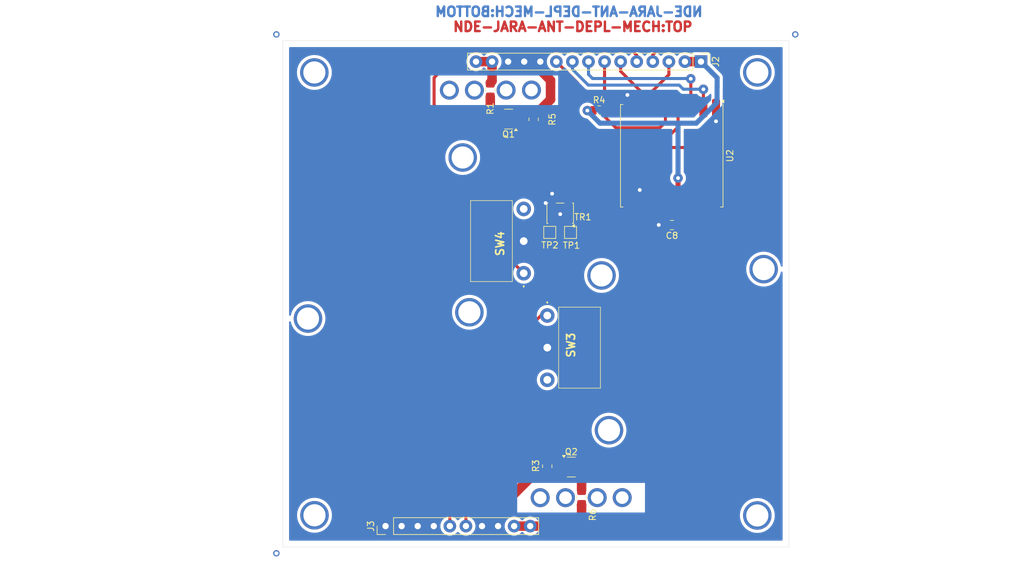
<source format=kicad_pcb>
(kicad_pcb (version 20240108) (generator "pcbnew") (generator_version "8.0")
  (layers (0 "F.Cu" signal) (31 "B.Cu" signal) (34 "B.Paste" user) (35 "F.Paste" user) (36 "B.SilkS" user "B.Silkscreen") (37 "F.SilkS" user "F.Silkscreen") (38 "B.Mask" user) (39 "F.Mask" user) (44 "Edge.Cuts" user))
  (net 0 "")
  (net 1 "GND")
  (net 2 "V_BATT")
  (net 3 "3.3V")
  (net 4 "/ANT_DEPL2")
  (net 5 "/ANT_DEPL1")
  (net 6 "Net-(Q2-D)")
  (net 7 "/DIO7")
  (net 8 "Net-(TP1-Pad1)")
  (net 9 "Net-(TP2-Pad1)")
  (net 10 "/MOSI0")
  (net 11 "/SCK0")
  (net 12 "/MISO0")
  (net 13 "/DIO0")
  (net 14 "/NSS0")
  (net 15 "/RST_RF")
  (net 16 "/DIO2")
  (net 17 "/DIO1")
  (net 18 "/DIO3")
  (net 19 "Net-(Q1-D)")
  (net 21 "Net-(U2-ANT)")
  (net 23 "/SW2")
  (net 25 "/SW1")
  (footprint "Transformer_SMD:Transformer_MiniCircuits_AT224-1A" (layer "F.Cu") (at 158.845 82.26 180)
    (property "Reference" "TR1" (at -3.585 -0.6 0) (layer "F.SilkS"))
    (property "Value" "TC1-15+")
    (fp_line (start 2.1 1.6) (end 2.1 -1.6) (stroke (width 0.12)) (layer "F.SilkS"))
    (fp_line (start 2.1 -1.6) (end 1.925 -1.6) (stroke (width 0.12)) (layer "F.SilkS"))
    (fp_line (start 1.925 1.6) (end 2.1 1.6) (stroke (width 0.12)) (layer "F.SilkS"))
    (fp_line (start -0.6 1.6) (end 0.6 1.6) (stroke (width 0.12)) (layer "F.SilkS"))
    (fp_line (start -1.925 1.6) (end -2.1 1.6) (stroke (width 0.12)) (layer "F.SilkS"))
    (fp_line (start -2.1 1.6) (end -2.1 -1.6) (stroke (width 0.12)) (layer "F.SilkS"))
    (fp_line (start -2.1 -1.6) (end -1.925 -1.6) (stroke (width 0.12)) (layer "F.SilkS"))
    (fp_poly (pts (xy -1.925 -2) (xy -2.255 -1.76) (xy -2.255 -2.24) (xy -1.925 -2)) (stroke (width 0.12)) (fill solid) (layer "F.SilkS"))
    (pad "1" smd roundrect (at -1.27 -1.59 270) (size 1.65 0.76) (layers "F.Cu" "F.Paste" "F.Mask") (net 8 "Net-(TP1-Pad1)"))
    (pad "2" smd roundrect (at 0 -1.59 270) (size 1.65 0.76) (layers "F.Cu" "F.Paste" "F.Mask") (net 1 "GND"))
    (pad "3" smd roundrect (at 1.27 -1.59 270) (size 1.65 0.76) (layers "F.Cu" "F.Paste" "F.Mask") (net 9 "Net-(TP2-Pad1)"))
    (pad "4" smd roundrect (at 1.27 1.59 270) (size 1.65 0.76) (layers "F.Cu" "F.Paste" "F.Mask") (net 1 "GND"))
    (pad "6" smd roundrect (at -1.27 1.59 270) (size 1.65 0.76) (layers "F.Cu" "F.Paste" "F.Mask") (net 21 "Net-(U2-ANT)"))
  )
  (footprint "moment_switch:ZMA00A080L04RC" (layer "F.Cu") (at 153.0825 91.74 90)
    (property "Reference" "SW4" (at 4.68 -3.742 90) (layer "F.SilkS") (effects (font (size 1.27 1.27) (thickness 0.254))))
    (property "Value" "SW_SPDT_312" (hide yes))
    (fp_line (start 11.48 -8.4) (end 11.48 -1.8) (stroke (width 0.1)) (layer "F.SilkS"))
    (fp_line (start -1.32 -8.4) (end 11.48 -8.4) (stroke (width 0.1)) (layer "F.SilkS"))
    (fp_line (start 11.48 -1.8) (end -1.32 -1.8) (stroke (width 0.1)) (layer "F.SilkS"))
    (fp_line (start -1.32 -1.8) (end -1.32 -8.4) (stroke (width 0.1)) (layer "F.SilkS"))
    (fp_line (start -2.02 0) (end -2.02 0) (stroke (width 0.2)) (layer "F.SilkS"))
    (fp_line (start -2.12 0) (end -2.12 0) (stroke (width 0.2)) (layer "F.SilkS"))
    (fp_line (start -2.12 0) (end -2.12 0) (stroke (width 0.2)) (layer "F.SilkS"))
    (fp_arc (start -2.02 0) (mid -2.07 0.05) (end -2.12 0) (stroke (width 0.2)) (layer "F.SilkS"))
    (fp_arc (start -2.02 0) (mid -2.07 0.05) (end -2.12 0) (stroke (width 0.2)) (layer "F.SilkS"))
    (fp_arc (start -2.12 0) (mid -2.07 -0.05) (end -2.02 0) (stroke (width 0.2)) (layer "F.SilkS"))
    (pad "1" thru_hole circle (at 0 0 90) (size 2.3 2.3) (drill 1.22) (layers "*.Cu" "*.Mask") (net 25 "/SW1"))
    (pad "2" thru_hole circle (at 5.08 0 90) (size 2.3 2.3) (drill 1.22) (layers "*.Cu" "*.Mask") (net 1 "GND"))
    (pad "3" thru_hole circle (at 10.16 0 90) (size 2.3 2.3) (drill 1.22) (layers "*.Cu" "*.Mask"))
  )
  (footprint "Connector_PinHeader_2.54mm:PinHeader_1x10_P2.54mm_Vertical" (layer "F.Cu") (at 131.25 131.7 90)
    (property "Reference" "J3" (at 0 -2.33 90) (layer "F.SilkS"))
    (property "Value" "Conn_01x10")
    (fp_line (start -1.33 -1.33) (end 0 -1.33) (stroke (width 0.12)) (layer "F.SilkS"))
    (fp_line (start -1.33 0) (end -1.33 -1.33) (stroke (width 0.12)) (layer "F.SilkS"))
    (fp_line (start 1.33 1.27) (end 1.33 24.19) (stroke (width 0.12)) (layer "F.SilkS"))
    (fp_line (start -1.33 1.27) (end 1.33 1.27) (stroke (width 0.12)) (layer "F.SilkS"))
    (fp_line (start -1.33 1.27) (end -1.33 24.19) (stroke (width 0.12)) (layer "F.SilkS"))
    (fp_line (start -1.33 24.19) (end 1.33 24.19) (stroke (width 0.12)) (layer "F.SilkS"))
    (pad "1" thru_hole rect (at 0 0 90) (size 2 2) (drill 1) (layers "*.Cu" "*.Mask") (net 1 "GND"))
    (pad "2" thru_hole oval (at 0 2.54 90) (size 2 2) (drill 1) (layers "*.Cu" "*.Mask") (net 1 "GND"))
    (pad "3" thru_hole circle (at 0 5.08 90) (size 2 2) (drill 1) (layers "*.Cu" "*.Mask") (net 1 "GND"))
    (pad "4" thru_hole circle (at 0 7.62 90) (size 2 2) (drill 1) (layers "*.Cu" "*.Mask") (net 1 "GND"))
    (pad "5" thru_hole circle (at 0 10.16 90) (size 2 2) (drill 1) (layers "*.Cu" "*.Mask") (net 23 "/SW2"))
    (pad "6" thru_hole circle (at 0 12.7 90) (size 2 2) (drill 1) (layers "*.Cu" "*.Mask") (net 5 "/ANT_DEPL1"))
    (pad "7" thru_hole circle (at 0 15.24 90) (size 2 2) (drill 1) (layers "*.Cu" "*.Mask") (net 1 "GND"))
    (pad "8" thru_hole circle (at 0 17.78 90) (size 2 2) (drill 1) (layers "*.Cu" "*.Mask") (net 1 "GND"))
    (pad "9" thru_hole circle (at 0 20.32 90) (size 2 2) (drill 1) (layers "*.Cu" "*.Mask") (net 2 "V_BATT"))
    (pad "10" thru_hole circle (at 0 22.86 90) (size 2 2) (drill 1) (layers "*.Cu" "*.Mask") (net 2 "V_BATT"))
  )
  (footprint "Capacitor_SMD:C_0805_2012Metric" (layer "F.Cu") (at 176.51 84.12 180)
    (property "Reference" "C8" (at 0 -1.68 0) (layer "F.SilkS"))
    (property "Value" "100nF")
    (fp_line (start -0.261252 0.735) (end 0.261252 0.735) (stroke (width 0.12)) (layer "F.SilkS"))
    (fp_line (start -0.261252 -0.735) (end 0.261252 -0.735) (stroke (width 0.12)) (layer "F.SilkS"))
    (pad "1" smd roundrect (at -0.95 0 180) (size 1 1.45) (layers "F.Cu" "F.Paste" "F.Mask") (net 3 "3.3V"))
    (pad "2" smd roundrect (at 0.95 0 180) (size 1 1.45) (layers "F.Cu" "F.Paste" "F.Mask") (net 1 "GND"))
  )
  (footprint "Resistor_SMD:R_0805_2012Metric" (layer "F.Cu") (at 154.65 67.4125 90)
    (property "Reference" "R5" (at -0.0175 2.94 90) (layer "F.SilkS"))
    (property "Value" "10k")
    (fp_line (start -0.227064 -0.735) (end 0.227064 -0.735) (stroke (width 0.12)) (layer "F.SilkS"))
    (fp_line (start -0.227064 0.735) (end 0.227064 0.735) (stroke (width 0.12)) (layer "F.SilkS"))
    (pad "1" smd roundrect (at -0.9125 0 90) (size 1.025 1.4) (layers "F.Cu" "F.Paste" "F.Mask") (roundrect_rratio 0.243902) (net 4 "/ANT_DEPL2"))
    (pad "2" smd roundrect (at 0.9125 0 90) (size 1.025 1.4) (layers "F.Cu" "F.Paste" "F.Mask") (roundrect_rratio 0.243902) (net 1 "GND"))
  )
  (footprint "TestPoint:TestPoint_Pad_1.5x1.5mm" (layer "F.Cu") (at 157.2 85.28 -90)
    (property "Reference" "TP2" (at 2.03 -0.02 0) (layer "F.SilkS"))
    (property "Value" "TestPoint")
    (fp_line (start -0.95 0.95) (end -0.95 -0.95) (stroke (width 0.12)) (layer "F.SilkS"))
    (fp_line (start 0.95 0.95) (end -0.95 0.95) (stroke (width 0.12)) (layer "F.SilkS"))
    (fp_line (start -0.95 -0.95) (end 0.95 -0.95) (stroke (width 0.12)) (layer "F.SilkS"))
    (fp_line (start 0.95 -0.95) (end 0.95 0.95) (stroke (width 0.12)) (layer "F.SilkS"))
    (pad "1" smd rect (at 0 0 270) (size 1.5 1.5) (layers "F.Cu" "F.Mask") (net 9 "Net-(TP2-Pad1)"))
  )
  (footprint "Resistor_SMD:R_0805_2012Metric" (layer "F.Cu") (at 165 66.02)
    (property "Reference" "R4" (at 0 -1.65 0) (layer "F.SilkS"))
    (property "Value" "10k")
    (fp_line (start -0.227064 -0.735) (end 0.227064 -0.735) (stroke (width 0.12)) (layer "F.SilkS"))
    (fp_line (start -0.227064 0.735) (end 0.227064 0.735) (stroke (width 0.12)) (layer "F.SilkS"))
    (pad "1" smd roundrect (at -0.9125 0) (size 1.025 1.4) (layers "F.Cu" "F.Paste" "F.Mask") (roundrect_rratio 0.243902) (net 3 "3.3V"))
    (pad "2" smd roundrect (at 0.9125 0) (size 1.025 1.4) (layers "F.Cu" "F.Paste" "F.Mask") (roundrect_rratio 0.243902) (net 14 "/NSS0"))
  )
  (footprint "Connector_PinHeader_2.54mm:PinHeader_1x15_P2.54mm_Vertical" (layer "F.Cu") (at 181.1 58.3 -90)
    (property "Reference" "J2" (at 0 -2.33 90) (layer "F.SilkS"))
    (property "Value" "Conn_01x15")
    (fp_line (start -1.33 36.89) (end 1.33 36.89) (stroke (width 0.12)) (layer "F.SilkS"))
    (fp_line (start -1.33 1.27) (end -1.33 36.89) (stroke (width 0.12)) (layer "F.SilkS"))
    (fp_line (start -1.33 1.27) (end 1.33 1.27) (stroke (width 0.12)) (layer "F.SilkS"))
    (fp_line (start 1.33 1.27) (end 1.33 36.89) (stroke (width 0.12)) (layer "F.SilkS"))
    (fp_line (start -1.33 0) (end -1.33 -1.33) (stroke (width 0.12)) (layer "F.SilkS"))
    (fp_line (start -1.33 -1.33) (end 0 -1.33) (stroke (width 0.12)) (layer "F.SilkS"))
    (pad "1" thru_hole rect (at 0 0 270) (size 2 2) (drill 1) (layers "*.Cu" "*.Mask") (net 3 "3.3V"))
    (pad "2" thru_hole circle (at 0 2.54 270) (size 2 2) (drill 1) (layers "*.Cu" "*.Mask") (net 3 "3.3V"))
    (pad "3" thru_hole circle (at 0 5.08 270) (size 2 2) (drill 1) (layers "*.Cu" "*.Mask") (net 15 "/RST_RF"))
    (pad "4" thru_hole circle (at 0 7.62 270) (size 2 2) (drill 1) (layers "*.Cu" "*.Mask") (net 25 "/SW1"))
    (pad "5" thru_hole circle (at 0 10.16 270) (size 2 2) (drill 1) (layers "*.Cu" "*.Mask") (net 4 "/ANT_DEPL2"))
    (pad "6" thru_hole circle (at 0 12.7 270) (size 2 2) (drill 1) (layers "*.Cu" "*.Mask") (net 7 "/DIO7"))
    (pad "7" thru_hole circle (at 0 15.24 270) (size 2 2) (drill 1) (layers "*.Cu" "*.Mask") (net 14 "/NSS0"))
    (pad "8" thru_hole circle (at 0 17.78 270) (size 2 2) (drill 1) (layers "*.Cu" "*.Mask") (net 10 "/MOSI0"))
    (pad "9" thru_hole circle (at 0 20.32 270) (size 2 2) (drill 1) (layers "*.Cu" "*.Mask") (net 12 "/MISO0"))
    (pad "10" thru_hole circle (at 0 22.86 270) (size 2 2) (drill 1) (layers "*.Cu" "*.Mask") (net 11 "/SCK0"))
    (pad "11" thru_hole circle (at 0 25.4 270) (size 2 2) (drill 1) (layers "*.Cu" "*.Mask") (net 1 "GND"))
    (pad "12" thru_hole circle (at 0 27.94 270) (size 2 2) (drill 1) (layers "*.Cu" "*.Mask") (net 1 "GND"))
    (pad "13" thru_hole circle (at 0 30.48 270) (size 2 2) (drill 1) (layers "*.Cu" "*.Mask") (net 1 "GND"))
    (pad "14" thru_hole circle (at 0 33.02 270) (size 2 2) (drill 1) (layers "*.Cu" "*.Mask") (net 2 "V_BATT"))
    (pad "15" thru_hole circle (at 0 35.56 270) (size 2 2) (drill 1) (layers "*.Cu" "*.Mask") (net 2 "V_BATT"))
  )
  (footprint "moment_switch:ZMA00A080L04RC" (layer "F.Cu") (at 156.8075 98.42 -90)
    (property "Reference" "SW3" (at 4.68 -3.742 90) (layer "F.SilkS") (effects (font (size 1.27 1.27) (thickness 0.254))))
    (property "Value" "SW_SPDT_312" (hide yes))
    (fp_line (start -2.12 0) (end -2.12 0) (stroke (width 0.2)) (layer "F.SilkS"))
    (fp_line (start -2.12 0) (end -2.12 0) (stroke (width 0.2)) (layer "F.SilkS"))
    (fp_line (start -2.02 0) (end -2.02 0) (stroke (width 0.2)) (layer "F.SilkS"))
    (fp_line (start -1.32 -1.8) (end -1.32 -8.4) (stroke (width 0.1)) (layer "F.SilkS"))
    (fp_line (start 11.48 -1.8) (end -1.32 -1.8) (stroke (width 0.1)) (layer "F.SilkS"))
    (fp_line (start -1.32 -8.4) (end 11.48 -8.4) (stroke (width 0.1)) (layer "F.SilkS"))
    (fp_line (start 11.48 -8.4) (end 11.48 -1.8) (stroke (width 0.1)) (layer "F.SilkS"))
    (fp_arc (start -2.12 0) (mid -2.07 -0.05) (end -2.02 0) (stroke (width 0.2)) (layer "F.SilkS"))
    (fp_arc (start -2.02 0) (mid -2.07 0.05) (end -2.12 0) (stroke (width 0.2)) (layer "F.SilkS"))
    (fp_arc (start -2.02 0) (mid -2.07 0.05) (end -2.12 0) (stroke (width 0.2)) (layer "F.SilkS"))
    (pad "1" thru_hole circle (at 0 0 270) (size 2.3 2.3) (drill 1.22) (layers "*.Cu" "*.Mask") (net 23 "/SW2"))
    (pad "2" thru_hole circle (at 5.08 0 270) (size 2.3 2.3) (drill 1.22) (layers "*.Cu" "*.Mask") (net 1 "GND"))
    (pad "3" thru_hole circle (at 10.16 0 270) (size 2.3 2.3) (drill 1.22) (layers "*.Cu" "*.Mask"))
  )
  (footprint "Package_TO_SOT_SMD:SOT-23" (layer "F.Cu") (at 160.6 122.3675)
    (property "Reference" "Q2" (at 0 -2.4 0) (layer "F.SilkS"))
    (property "Value" "Q_NMOS_GSD")
    (fp_line (start 0 -1.56) (end -0.65 -1.56) (stroke (width 0.12)) (layer "F.SilkS"))
    (fp_line (start 0 -1.56) (end 0.65 -1.56) (stroke (width 0.12)) (layer "F.SilkS"))
    (fp_line (start 0 1.56) (end -0.65 1.56) (stroke (width 0.12)) (layer "F.SilkS"))
    (fp_line (start 0 1.56) (end 0.65 1.56) (stroke (width 0.12)) (layer "F.SilkS"))
    (fp_poly (pts (xy -1.1625 -1.51) (xy -1.4025 -1.84) (xy -0.9225 -1.84) (xy -1.1625 -1.51)) (stroke (width 0.12)) (fill solid) (layer "F.SilkS"))
    (pad "1" smd roundrect (at -0.9375 -0.95) (size 1.475 0.6) (layers "F.Cu" "F.Paste" "F.Mask") (net 5 "/ANT_DEPL1"))
    (pad "2" smd roundrect (at -0.9375 0.95) (size 1.475 0.6) (layers "F.Cu" "F.Paste" "F.Mask") (net 1 "GND"))
    (pad "3" smd roundrect (at 0.9375 0) (size 1.475 0.6) (layers "F.Cu" "F.Paste" "F.Mask") (net 6 "Net-(Q2-D)"))
  )
  (footprint "RF_Module:HOPERF_RFM9XW_SMD" (layer "F.Cu") (at 176.475 73.175 -90)
    (property "Reference" "U2" (at 0 -9.2 90) (layer "F.SilkS"))
    (property "Value" "RFM95W-868S2")
    (fp_line (start -8.1 8.1) (end 8.1 8.1) (stroke (width 0.12)) (layer "F.SilkS"))
    (fp_line (start 8.1 8.1) (end 8.1 7.7) (stroke (width 0.12)) (layer "F.SilkS"))
    (fp_line (start -8.1 7.7) (end -8.1 8.1) (stroke (width 0.12)) (layer "F.SilkS"))
    (fp_line (start -8.1 -8.1) (end 8.1 -8.1) (stroke (width 0.12)) (layer "F.SilkS"))
    (fp_line (start 8.1 -8.1) (end 8.1 -7.7) (stroke (width 0.12)) (layer "F.SilkS"))
    (fp_poly (pts (xy -8.6 -7.9) (xy -8.84 -8.236) (xy -8.36 -8.236) (xy -8.6 -7.9)) (stroke (width 0.12)) (fill solid) (layer "F.SilkS"))
    (pad "1" smd roundrect (at -7.525 -7 270) (size 2.95 1.27) (layers "F.Cu" "F.Paste" "F.Mask") (net 1 "GND"))
    (pad "2" smd roundrect (at -7.525 -5 270) (size 2.95 1.27) (layers "F.Cu" "F.Paste" "F.Mask") (net 12 "/MISO0"))
    (pad "3" smd roundrect (at -7.525 -3 270) (size 2.95 1.27) (layers "F.Cu" "F.Paste" "F.Mask") (net 10 "/MOSI0"))
    (pad "4" smd roundrect (at -7.525 -1 270) (size 2.95 1.27) (layers "F.Cu" "F.Paste" "F.Mask") (net 11 "/SCK0"))
    (pad "5" smd roundrect (at -7.525 1 270) (size 2.95 1.27) (layers "F.Cu" "F.Paste" "F.Mask") (net 14 "/NSS0"))
    (pad "6" smd roundrect (at -7.525 3 270) (size 2.95 1.27) (layers "F.Cu" "F.Paste" "F.Mask") (net 15 "/RST_RF"))
    (pad "7" smd roundrect (at -7.525 5 270) (size 2.95 1.27) (layers "F.Cu" "F.Paste" "F.Mask") (net 7 "/DIO7"))
    (pad "8" smd roundrect (at -7.525 7 270) (size 2.95 1.27) (layers "F.Cu" "F.Paste" "F.Mask") (net 1 "GND"))
    (pad "9" smd roundrect (at 7.525 7 270) (size 2.95 1.27) (layers "F.Cu" "F.Paste" "F.Mask") (net 21 "Net-(U2-ANT)"))
    (pad "10" smd roundrect (at 7.525 5 270) (size 2.95 1.27) (layers "F.Cu" "F.Paste" "F.Mask") (net 1 "GND"))
    (pad "11" smd roundrect (at 7.525 3 270) (size 2.95 1.27) (layers "F.Cu" "F.Paste" "F.Mask") (net 18 "/DIO3"))
    (pad "12" smd roundrect (at 7.525 1 270) (size 2.95 1.27) (layers "F.Cu" "F.Paste" "F.Mask"))
    (pad "13" smd roundrect (at 7.525 -1 270) (size 2.95 1.27) (layers "F.Cu" "F.Paste" "F.Mask") (net 3 "3.3V"))
    (pad "14" smd roundrect (at 7.525 -3 270) (size 2.95 1.27) (layers "F.Cu" "F.Paste" "F.Mask") (net 13 "/DIO0"))
    (pad "15" smd roundrect (at 7.525 -5 270) (size 2.95 1.27) (layers "F.Cu" "F.Paste" "F.Mask") (net 17 "/DIO1"))
    (pad "16" smd roundrect (at 7.525 -7 270) (size 2.95 1.27) (layers "F.Cu" "F.Paste" "F.Mask") (net 16 "/DIO2"))
  )
  (footprint "Resistor_SMD:R_0805_2012Metric" (layer "F.Cu") (at 162.23 127.18 90)
    (property "Reference" "R6" (at -2.73 1.75 90) (layer "F.SilkS"))
    (property "Value" "4.7")
    (fp_line (start -0.227064 -0.735) (end 0.227064 -0.735) (stroke (width 0.12)) (layer "F.SilkS"))
    (fp_line (start -0.227064 0.735) (end 0.227064 0.735) (stroke (width 0.12)) (layer "F.SilkS"))
    (pad "1" smd roundrect (at -0.9125 0 90) (size 1.025 1.4) (layers "F.Cu" "F.Paste" "F.Mask") (roundrect_rratio 0.243902) (net 2 "V_BATT"))
    (pad "2" smd roundrect (at 0.9125 0 90) (size 1.025 1.4) (layers "F.Cu" "F.Paste" "F.Mask") (roundrect_rratio 0.243902) (net 6 "Net-(Q2-D)"))
  )
  (footprint "Resistor_SMD:R_0805_2012Metric" (layer "F.Cu") (at 147.8 62.8 -90)
    (property "Reference" "R1" (at 2.92 0 90) (layer "F.SilkS"))
    (property "Value" "4.7")
    (fp_line (start -0.227064 0.735) (end 0.227064 0.735) (stroke (width 0.12)) (layer "F.SilkS"))
    (fp_line (start -0.227064 -0.735) (end 0.227064 -0.735) (stroke (width 0.12)) (layer "F.SilkS"))
    (pad "1" smd roundrect (at -0.9125 0 270) (size 1.025 1.4) (layers "F.Cu" "F.Paste" "F.Mask") (roundrect_rratio 0.243902) (net 2 "V_BATT"))
    (pad "2" smd roundrect (at 0.9125 0 270) (size 1.025 1.4) (layers "F.Cu" "F.Paste" "F.Mask") (roundrect_rratio 0.243902) (net 19 "Net-(Q1-D)"))
  )
  (footprint "Package_TO_SOT_SMD:SOT-23" (layer "F.Cu") (at 150.69 67.38 180)
    (property "Reference" "Q1" (at 0 -2.4 0) (layer "F.SilkS"))
    (property "Value" "Q_NMOS_GSD")
    (fp_line (start 0 1.56) (end 0.65 1.56) (stroke (width 0.12)) (layer "F.SilkS"))
    (fp_line (start 0 1.56) (end -0.65 1.56) (stroke (width 0.12)) (layer "F.SilkS"))
    (fp_line (start 0 -1.56) (end 0.65 -1.56) (stroke (width 0.12)) (layer "F.SilkS"))
    (fp_line (start 0 -1.56) (end -0.65 -1.56) (stroke (width 0.12)) (layer "F.SilkS"))
    (fp_poly (pts (xy -1.1625 -1.51) (xy -1.4025 -1.84) (xy -0.9225 -1.84) (xy -1.1625 -1.51)) (stroke (width 0.12)) (fill solid) (layer "F.SilkS"))
    (pad "1" smd roundrect (at -0.9375 -0.95 180) (size 1.475 0.6) (layers "F.Cu" "F.Paste" "F.Mask") (net 4 "/ANT_DEPL2"))
    (pad "2" smd roundrect (at -0.9375 0.95 180) (size 1.475 0.6) (layers "F.Cu" "F.Paste" "F.Mask") (net 1 "GND"))
    (pad "3" smd roundrect (at 0.9375 0 180) (size 1.475 0.6) (layers "F.Cu" "F.Paste" "F.Mask") (net 19 "Net-(Q1-D)"))
  )
  (footprint "Resistor_SMD:R_0805_2012Metric" (layer "F.Cu") (at 156.8 122.24 -90)
    (property "Reference" "R3" (at -0.06 1.8 90) (layer "F.SilkS"))
    (property "Value" "10k")
    (fp_line (start -0.227064 0.735) (end 0.227064 0.735) (stroke (width 0.12)) (layer "F.SilkS"))
    (fp_line (start -0.227064 -0.735) (end 0.227064 -0.735) (stroke (width 0.12)) (layer "F.SilkS"))
    (pad "1" smd roundrect (at -0.9125 0 270) (size 1.025 1.4) (layers "F.Cu" "F.Paste" "F.Mask") (roundrect_rratio 0.243902) (net 5 "/ANT_DEPL1"))
    (pad "2" smd roundrect (at 0.9125 0 270) (size 1.025 1.4) (layers "F.Cu" "F.Paste" "F.Mask") (roundrect_rratio 0.243902) (net 1 "GND"))
  )
  (footprint "TestPoint:TestPoint_Pad_1.5x1.5mm" (layer "F.Cu") (at 160.48 85.28 -90)
    (property "Reference" "TP1" (at 2.06 -0.15 180) (layer "F.SilkS"))
    (property "Value" "TestPoint")
    (fp_line (start -0.95 0.95) (end -0.95 -0.95) (stroke (width 0.12)) (layer "F.SilkS"))
    (fp_line (start 0.95 0.95) (end -0.95 0.95) (stroke (width 0.12)) (layer "F.SilkS"))
    (fp_line (start -0.95 -0.95) (end 0.95 -0.95) (stroke (width 0.12)) (layer "F.SilkS"))
    (fp_line (start 0.95 -0.95) (end 0.95 0.95) (stroke (width 0.12)) (layer "F.SilkS"))
    (pad "1" smd rect (at 0 0 270) (size 1.5 1.5) (layers "F.Cu" "F.Mask") (net 8 "Net-(TP1-Pad1)"))
  )
  (gr_rect (start 115 55) (end 195 135) (stroke (width 0.05)) (fill none) (layer "Edge.Cuts"))
  (gr_text "NDE-JARA-ANT-DEPL-MECH:TOP" (at 141.74 53.67 0) (layer "F.Cu") (effects (font (size 1.5 1.5) (thickness 0.375) (bold yes)) (justify left bottom)))
  (gr_text "NDE-JARA-ANT-DEPL-MECH:BOTTOM" (at 181.54 51.3 -0) (layer "B.Cu") (effects (font (size 1.5 1.5) (thickness 0.375) (bold yes)) (justify left bottom mirror)))
  (via (at 144.5 97.91) (size 4.5) (drill 3.5) (layers "F.Cu" "B.Cu") (net 0))
  (via (at 155.69 127.21) (size 3) (drill 2) (layers "F.Cu" "B.Cu") (net 0))
  (via (at 145.29 62.81) (size 3) (drill 2) (layers "F.Cu" "B.Cu") (net 0))
  (via (at 154.31 62.79) (size 3) (drill 2) (layers "F.Cu" "B.Cu") (net 0))
  (via (at 165.38 92.09) (size 4.5) (drill 3.5) (layers "F.Cu" "B.Cu") (net 0))
  (via (at 118.99 98.9) (size 4.5) (drill 3.5) (layers "F.Cu" "B.Cu") (net 0))
  (via (at 168.65 127.2) (size 3) (drill 2) (layers "F.Cu" "B.Cu") (net 0))
  (via (at 164.7 127.2) (size 3) (drill 2) (layers "F.Cu" "B.Cu") (net 0))
  (via (at 114 54) (size 1) (drill 0.6) (layers "F.Cu" "B.Cu") (net 0))
  (via (at 166.56 116.54) (size 4.5) (drill 3.5) (layers "F.Cu" "B.Cu") (net 0))
  (via (at 143.44 73.45) (size 4.5) (drill 3.5) (layers "F.Cu" "B.Cu") (net 0))
  (via (at 159.69 127.21) (size 3) (drill 2) (layers "F.Cu" "B.Cu") (net 0))
  (via (at 196 54) (size 1) (drill 0.6) (layers "F.Cu" "B.Cu") (net 0))
  (via (at 191 91.09) (size 4.5) (drill 3.5) (layers "F.Cu" "B.Cu") (net 0))
  (via (at 114 136) (size 1) (drill 0.6) (layers "F.Cu" "B.Cu") (net 0))
  (via (at 150.3 62.8) (size 3) (drill 2) (layers "F.Cu" "B.Cu") (net 0))
  (via (at 141.33 62.81) (size 3) (drill 2) (layers "F.Cu" "B.Cu") (net 0))
  (segment (start 158.845 83.85) (end 158.845 82.405) (width 0.48) (layer "F.Cu") (net 1))
  (segment (start 151.6275 66.43) (end 154.58 66.43) (width 1.5) (layer "F.Cu") (net 1))
  (segment (start 154.8725 123.3175) (end 149.03 129.16) (width 1.5) (layer "F.Cu") (net 1))
  (segment (start 171.475 80.7) (end 171.475 78.635) (width 0.48) (layer "F.Cu") (net 1))
  (segment (start 171.475 78.635) (end 171.42 78.58) (width 0.48) (layer "F.Cu") (net 1))
  (segment (start 150.62 58.3) (end 153.16 58.3) (width 1.5) (layer "F.Cu") (net 1))
  (segment (start 154.65 66.5) (end 155.11 66.5) (width 1.5) (layer "F.Cu") (net 1))
  (segment (start 157.575 81.125) (end 158.85 82.4) (width 0.8) (layer "F.Cu") (net 1))
  (segment (start 149.03 129.16) (end 149.03 131.7) (width 1.5) (layer "F.Cu") (net 1))
  (segment (start 158.845 82.405) (end 158.85 82.4) (width 0.48) (layer "F.Cu") (net 1))
  (segment (start 157.32 64.29) (end 157.32 61.25) (width 1.5) (layer "F.Cu") (net 1))
  (segment (start 157.575 80.67) (end 157.575 81.125) (width 0.48) (layer "F.Cu") (net 1))
  (segment (start 155.7 59.63) (end 155.7 58.3) (width 1.5) (layer "F.Cu") (net 1))
  (segment (start 159.6625 123.3175) (end 154.8725 123.3175) (width 1.5) (layer "F.Cu") (net 1))
  (segment (start 154.58 66.43) (end 154.65 66.5) (width 1.5) (layer "F.Cu") (net 1))
  (segment (start 149.03 131.7) (end 146.49 131.7) (width 1.5) (layer "F.Cu") (net 1))
  (segment (start 155.11 66.5) (end 157.32 64.29) (width 1.5) (layer "F.Cu") (net 1))
  (segment (start 157.32 61.25) (end 155.7 59.63) (width 1.5) (layer "F.Cu") (net 1))
  (segment (start 155.7 58.3) (end 153.16 58.3) (width 1.5) (layer "F.Cu") (net 1))
  (via (at 120 60.01) (size 4.5) (drill 3.5) (layers "F.Cu" "B.Cu") (net 1))
  (via (at 190 60) (size 4.5) (drill 3.5) (layers "F.Cu" "B.Cu") (net 1))
  (via (at 190 130.02) (size 4.5) (drill 3.5) (layers "F.Cu" "B.Cu") (net 1))
  (via (at 157.57 79.17) (size 1.5) (drill 0.6) (layers "F.Cu" "B.Cu") (net 1))
  (via (at 156.55 80.65) (size 1.5) (drill 0.6) (layers "F.Cu" "B.Cu") (net 1))
  (via (at 174.42 84.11) (size 1.5) (drill 0.6) (layers "F.Cu" "B.Cu") (net 1))
  (via (at 169.47 63.57) (size 1.5) (drill 0.6) (layers "F.Cu" "B.Cu") (net 1))
  (via (at 120.02 129.99) (size 4.5) (drill 3.5) (layers "F.Cu" "B.Cu") (net 1))
  (via (at 158.85 82.4) (size 1.5) (drill 0.6) (layers "F.Cu" "B.Cu") (net 1))
  (via (at 171.42 78.58) (size 1.5) (drill 0.6) (layers "F.Cu" "B.Cu") (net 1))
  (via (at 183.47 67.73) (size 1.5) (drill 0.6) (layers "F.Cu" "B.Cu") (net 1))
  (segment (start 148.08 61.36) (end 147.8 61.64) (width 1.5) (layer "F.Cu") (net 2))
  (segment (start 151.57 131.7) (end 160.33 131.7) (width 1.5) (layer "F.Cu") (net 2))
  (segment (start 162.23 129.8) (end 162.23 128.36) (width 1.5) (layer "F.Cu") (net 2))
  (segment (start 145.54 58.3) (end 148.08 58.3) (width 1.5) (layer "F.Cu") (net 2))
  (segment (start 162.23 128.36) (end 162.22 128.35) (width 1.5) (layer "F.Cu") (net 2))
  (segment (start 148.08 58.3) (end 148.08 61.36) (width 1.5) (layer "F.Cu") (net 2))
  (segment (start 160.33 131.7) (end 162.23 129.8) (width 1.5) (layer "F.Cu") (net 2))
  (segment (start 177.475 79.615) (end 177.475 80.7) (width 0.8) (layer "F.Cu") (net 3))
  (segment (start 177.47 76.77) (end 177.47 76.7) (width 0.8) (layer "F.Cu") (net 3))
  (segment (start 177.475 80.7) (end 177.475 84.105) (width 0.48) (layer "F.Cu") (net 3))
  (segment (start 177.47 76.77) (end 177.47 79.61) (width 0.8) (layer "F.Cu") (net 3))
  (segment (start 178.56 58.3) (end 181.1 58.3) (width 1.5) (layer "F.Cu") (net 3))
  (segment (start 177.47 79.61) (end 177.475 79.615) (width 0.8) (layer "F.Cu") (net 3))
  (segment (start 177.475 84.105) (end 177.46 84.12) (width 0.48) (layer "F.Cu") (net 3))
  (via (at 163.14 66.03) (size 1.5) (drill 0.6) (layers "F.Cu" "B.Cu") (net 3))
  (via (at 177.47 76.7) (size 1.5) (drill 0.6) (layers "F.Cu" "B.Cu") (net 3))
  (segment (start 177.47 68.04) (end 177.46 68.03) (width 0.8) (layer "B.Cu") (net 3))
  (segment (start 183.6 64.29) (end 183.6 64.79) (width 0.8) (layer "B.Cu") (net 3))
  (segment (start 183.65 60.86) (end 183.65 62.324336) (width 0.8) (layer "B.Cu") (net 3))
  (segment (start 182.77 59.97) (end 182.77 59.98) (width 0.8) (layer "B.Cu") (net 3))
  (segment (start 183.64 64.25) (end 183.6 64.29) (width 0.8) (layer "B.Cu") (net 3))
  (segment (start 181.1 58.3) (end 182.77 59.97) (width 0.8) (layer "B.Cu") (net 3))
  (segment (start 183.6 64.79) (end 180.36 68.03) (width 0.8) (layer "B.Cu") (net 3))
  (segment (start 165.14 68.03) (end 163.14 66.03) (width 0.8) (layer "B.Cu") (net 3))
  (segment (start 177.46 68.03) (end 165.14 68.03) (width 0.8) (layer "B.Cu") (net 3))
  (segment (start 180.36 68.03) (end 177.46 68.03) (width 0.8) (layer "B.Cu") (net 3))
  (segment (start 177.47 76.7) (end 177.47 68.04) (width 0.8) (layer "B.Cu") (net 3))
  (segment (start 183.65 62.324336) (end 183.64 62.334336) (width 0.48) (layer "B.Cu") (net 3))
  (segment (start 182.77 59.98) (end 183.65 60.86) (width 0.8) (layer "B.Cu") (net 3))
  (segment (start 183.64 62.334336) (end 183.64 64.25) (width 0.8) (layer "B.Cu") (net 3))
  (segment (start 142.58 68.83) (end 151.1275 68.83) (width 0.48) (layer "F.Cu") (net 4))
  (segment (start 170.94 57.29) (end 170.22 56.57) (width 0.48) (layer "F.Cu") (net 4))
  (segment (start 143.19 56.57) (end 138.92 60.84) (width 0.48) (layer "F.Cu") (net 4))
  (segment (start 138.92 65.17) (end 142.58 68.83) (width 0.48) (layer "F.Cu") (net 4))
  (segment (start 138.92 60.84) (end 138.92 65.17) (width 0.48) (layer "F.Cu") (net 4))
  (segment (start 170.22 56.57) (end 143.19 56.57) (width 0.48) (layer "F.Cu") (net 4))
  (segment (start 154.645 68.33) (end 154.65 68.325) (width 0.48) (layer "F.Cu") (net 4))
  (segment (start 151.1275 68.83) (end 151.6275 68.33) (width 0.48) (layer "F.Cu") (net 4))
  (segment (start 151.6275 68.33) (end 154.645 68.33) (width 0.48) (layer "F.Cu") (net 4))
  (segment (start 170.94 58.3) (end 170.94 57.29) (width 0.48) (layer "F.Cu") (net 4))
  (segment (start 159.655 121.41) (end 151.29 121.41) (width 0.48) (layer "F.Cu") (net 5))
  (segment (start 151.29 121.41) (end 143.95 128.75) (width 0.48) (layer "F.Cu") (net 5))
  (segment (start 143.95 128.75) (end 143.95 131.7) (width 0.48) (layer "F.Cu") (net 5))
  (segment (start 159.6625 121.4175) (end 159.655 121.41) (width 0.48) (layer "F.Cu") (net 5))
  (segment (start 162.23 123.06) (end 162.21 123.04) (width 1.5) (layer "F.Cu") (net 6))
  (segment (start 162.23 123.06) (end 162.23 126.02) (width 1.5) (layer "F.Cu") (net 6))
  (segment (start 162.23 123.06) (end 161.5375 122.3675) (width 1.5) (layer "F.Cu") (net 6))
  (segment (start 171.48 65.645) (end 171.475 65.65) (width 0.48) (layer "F.Cu") (net 7))
  (segment (start 171.475 62.895) (end 171.475 65.65) (width 0.48) (layer "F.Cu") (net 7))
  (segment (start 168.4 59.82) (end 171.475 62.895) (width 0.48) (layer "F.Cu") (net 7))
  (segment (start 168.4 58.3) (end 168.4 59.82) (width 0.48) (layer "F.Cu") (net 7))
  (segment (start 179.49 65.635) (end 179.475 65.65) (width 0.48) (layer "F.Cu") (net 10))
  (segment (start 179.49 61.02) (end 179.49 65.635) (width 0.48) (layer "F.Cu") (net 10))
  (segment (start 179.48 61.01) (end 179.49 61.02) (width 0.48) (layer "F.Cu") (net 10))
  (via (at 179.48 61.01) (size 1.5) (drill 0.6) (layers "F.Cu" "B.Cu") (net 10))
  (segment (start 163.97 60.97) (end 163.32 60.32) (width 0.48) (layer "B.Cu") (net 10))
  (segment (start 179.48 61.01) (end 179.44 60.97) (width 0.48) (layer "B.Cu") (net 10))
  (segment (start 179.44 60.97) (end 163.97 60.97) (width 0.48) (layer "B.Cu") (net 10))
  (segment (start 163.32 60.32) (end 163.32 58.3) (width 0.48) (layer "B.Cu") (net 10))
  (segment (start 177.475 68.625) (end 177.475 65.65) (width 0.48) (layer "F.Cu") (net 11))
  (segment (start 161.6 68.62) (end 162.74 69.76) (width 0.48) (layer "F.Cu") (net 11))
  (segment (start 158.24 58.3) (end 161.6 61.66) (width 0.48) (layer "F.Cu") (net 11))
  (segment (start 176.34 69.76) (end 177.475 68.625) (width 0.48) (layer "F.Cu") (net 11))
  (segment (start 162.74 69.76) (end 176.34 69.76) (width 0.48) (layer "F.Cu") (net 11))
  (segment (start 161.6 61.66) (end 161.6 68.62) (width 0.48) (layer "F.Cu") (net 11))
  (segment (start 181.48 65.645) (end 181.475 65.65) (width 0.48) (layer "F.Cu") (net 12))
  (segment (start 181.48 62.67) (end 181.48 65.645) (width 0.48) (layer "F.Cu") (net 12))
  (via (at 181.48 62.67) (size 1.5) (drill 0.6) (layers "F.Cu" "B.Cu") (net 12))
  (segment (start 163.287919 62.01) (end 177.65 62.01) (width 0.48) (layer "B.Cu") (net 12))
  (segment (start 178.3 62.66) (end 181.47 62.66) (width 0.48) (layer "B.Cu") (net 12))
  (segment (start 160.78 58.3) (end 160.78 59.502081) (width 0.48) (layer "B.Cu") (net 12))
  (segment (start 160.78 59.502081) (end 163.287919 62.01) (width 0.48) (layer "B.Cu") (net 12))
  (segment (start 177.65 62.01) (end 178.3 62.66) (width 0.48) (layer "B.Cu") (net 12))
  (segment (start 181.47 62.66) (end 181.48 62.67) (width 0.48) (layer "B.Cu") (net 12))
  (segment (start 175.475 67.865) (end 175.475 65.65) (width 0.48) (layer "F.Cu") (net 14))
  (segment (start 174.59 68.75) (end 175.475 67.865) (width 0.48) (layer "F.Cu") (net 14))
  (segment (start 167.63 68.75) (end 174.59 68.75) (width 0.48) (layer "F.Cu") (net 14))
  (segment (start 165.86 58.3) (end 165.86 66.98) (width 0.48) (layer "F.Cu") (net 14))
  (segment (start 165.86 66.98) (end 167.63 68.75) (width 0.48) (layer "F.Cu") (net 14))
  (segment (start 176.02 60.36) (end 173.475 62.905) (width 0.48) (layer "F.Cu") (net 15))
  (segment (start 176.02 58.3) (end 176.02 60.36) (width 0.48) (layer "F.Cu") (net 15))
  (segment (start 173.475 62.905) (end 173.475 65.65) (width 0.48) (layer "F.Cu") (net 15))
  (segment (start 148.57 67.38) (end 147.8 66.61) (width 1.5) (layer "F.Cu") (net 19))
  (segment (start 149.7525 67.38) (end 148.57 67.38) (width 1.5) (layer "F.Cu") (net 19))
  (segment (start 147.8 66.61) (end 147.8 63.96) (width 1.5) (layer "F.Cu") (net 19))
  (segment (start 147.8 63.96) (end 147.79 63.95) (width 1.5) (layer "F.Cu") (net 19))
  (segment (start 168.64 80.69) (end 168.66 80.71) (width 2.87) (layer "F.Cu") (net 21))
  (segment (start 161.22 80.69) (end 168.64 80.69) (width 2.87) (layer "F.Cu") (net 21))
  (segment (start 155.81 98.42) (end 156.8075 98.42) (width 0.48) (layer "F.Cu") (net 23))
  (segment (start 141.41 131.7) (end 141.41 128.38) (width 0.48) (layer "F.Cu") (net 23))
  (segment (start 141.41 128.38) (end 153.33 116.46) (width 0.48) (layer "F.Cu") (net 23))
  (segment (start 153.33 100.9) (end 155.81 98.42) (width 0.48) (layer "F.Cu") (net 23))
  (segment (start 153.33 116.46) (end 153.33 100.9) (width 0.48) (layer "F.Cu") (net 23))
  (segment (start 174.15 56.55) (end 183.82 56.55) (width 0.48) (layer "F.Cu") (net 25))
  (segment (start 185.85 68.64) (end 182.62 71.87) (width 0.48) (layer "F.Cu") (net 25))
  (segment (start 173.48 58.3) (end 173.48 57.22) (width 0.48) (layer "F.Cu") (net 25))
  (segment (start 150.06 79.40264) (end 150.06 88.7175) (width 0.48) (layer "F.Cu") (net 25))
  (segment (start 153.0825 91.74) (end 153.5025 91.32) (width 0.5) (layer "F.Cu") (net 25))
  (segment (start 150.06 88.7175) (end 153.0825 91.74) (width 0.48) (layer "F.Cu") (net 25))
  (segment (start 173.48 57.22) (end 174.15 56.55) (width 0.48) (layer "F.Cu") (net 25))
  (segment (start 185.85 58.58) (end 185.85 68.64) (width 0.48) (layer "F.Cu") (net 25))
  (segment (start 157.59264 71.87) (end 150.06 79.40264) (width 0.48) (layer "F.Cu") (net 25))
  (segment (start 182.62 71.87) (end 157.59264 71.87) (width 0.48) (layer "F.Cu") (net 25))
  (segment (start 183.82 56.55) (end 185.85 58.58) (width 0.48) (layer "F.Cu") (net 25))
  (zone (net 0) (net_name "") (layer "B.Cu") (connect_pads (clearance 0)) (min_thickness 0.25)
    (keepout (tracks allowed) (vias allowed) (pads allowed) (copperpour not_allowed) (footprints allowed))
    (fill (thermal_gap 0.5) (thermal_bridge_width 0.5))
    (polygon (pts (xy 138.34 60.49) (xy 158.53 60.49) (xy 158.52 65.16) (xy 138.33 65.16)))
  )
  (zone (net 0) (net_name "") (layer "B.Cu") (connect_pads (clearance 0)) (min_thickness 0.25)
    (keepout (tracks allowed) (vias allowed) (pads allowed) (copperpour not_allowed) (footprints allowed))
    (fill (thermal_gap 0.5) (thermal_bridge_width 0.5))
    (polygon (pts (xy 152.06 124.88) (xy 172.25 124.88) (xy 172.24 129.55) (xy 152.05 129.55)))
  )
  (zone (net 1) (net_name "GND") (layer "B.Cu") (connect_pads yes (clearance 0.5)) (min_thickness 0.3) (fill yes (thermal_gap 0.5) (thermal_bridge_width 0.5))
    (polygon (pts (xy 115 135) (xy 195 135) (xy 195 55) (xy 115 55)))
  )
)
</source>
